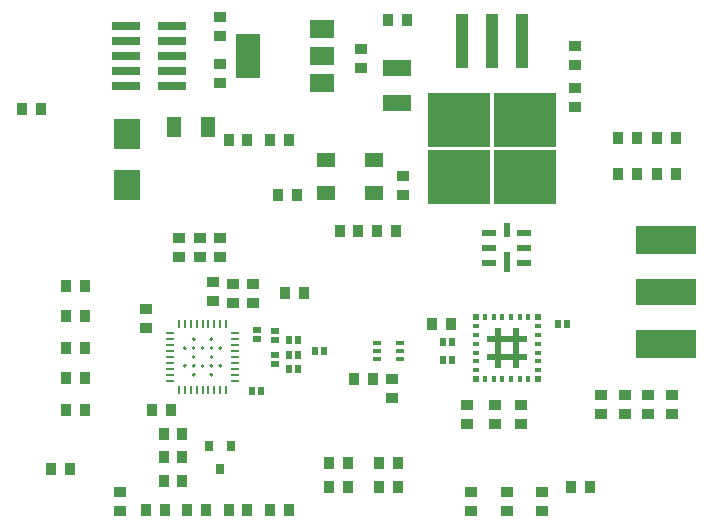
<source format=gtp>
G04 #@! TF.FileFunction,Paste,Top*
%FSLAX46Y46*%
G04 Gerber Fmt 4.6, Leading zero omitted, Abs format (unit mm)*
G04 Created by KiCad (PCBNEW 4.0.7-e2-6376~58~ubuntu16.04.1) date Thu Aug  2 15:14:07 2018*
%MOMM*%
%LPD*%
G01*
G04 APERTURE LIST*
%ADD10C,0.100000*%
%ADD11C,0.200000*%
%ADD12R,0.280000X0.750000*%
%ADD13R,0.750000X0.280000*%
%ADD14R,1.200000X0.600000*%
%ADD15R,0.600000X1.200000*%
%ADD16R,0.600000X1.700000*%
%ADD17R,3.500000X0.600000*%
%ADD18R,0.600000X3.500000*%
%ADD19R,0.400000X0.550000*%
%ADD20R,0.550000X0.500000*%
%ADD21R,0.550000X0.400000*%
%ADD22R,0.820000X1.000000*%
%ADD23R,0.650000X0.575000*%
%ADD24R,1.000000X0.820000*%
%ADD25R,0.575000X0.650000*%
%ADD26R,2.400000X1.460000*%
%ADD27R,2.300000X2.500000*%
%ADD28R,2.400000X0.740000*%
%ADD29R,5.080000X2.290000*%
%ADD30R,5.080000X2.420000*%
%ADD31R,1.220000X1.800000*%
%ADD32R,2.000000X3.800000*%
%ADD33R,2.000000X1.500000*%
%ADD34R,1.100000X4.600000*%
%ADD35R,5.250000X4.550000*%
%ADD36R,1.500000X1.200000*%
%ADD37R,0.800000X0.900000*%
%ADD38R,0.650000X0.400000*%
G04 APERTURE END LIST*
D10*
D11*
X132350000Y-70500000D02*
G75*
G03X132350000Y-70500000I-100000J0D01*
G01*
X132350000Y-69000000D02*
G75*
G03X132350000Y-69000000I-100000J0D01*
G01*
X132350000Y-67500000D02*
G75*
G03X132350000Y-67500000I-100000J0D01*
G01*
X130850000Y-67500000D02*
G75*
G03X130850000Y-67500000I-100000J0D01*
G01*
X130850000Y-69000000D02*
G75*
G03X130850000Y-69000000I-100000J0D01*
G01*
X130850000Y-70500000D02*
G75*
G03X130850000Y-70500000I-100000J0D01*
G01*
X130100000Y-69750000D02*
G75*
G03X130100000Y-69750000I-100000J0D01*
G01*
X130850000Y-69750000D02*
G75*
G03X130850000Y-69750000I-100000J0D01*
G01*
X132350000Y-69750000D02*
G75*
G03X132350000Y-69750000I-100000J0D01*
G01*
X131600000Y-69750000D02*
G75*
G03X131600000Y-69750000I-100000J0D01*
G01*
X133100000Y-69750000D02*
G75*
G03X133100000Y-69750000I-100000J0D01*
G01*
X133100000Y-68250000D02*
G75*
G03X133100000Y-68250000I-100000J0D01*
G01*
X131600000Y-68250000D02*
G75*
G03X131600000Y-68250000I-100000J0D01*
G01*
X132350000Y-68250000D02*
G75*
G03X132350000Y-68250000I-100000J0D01*
G01*
X130850000Y-68250000D02*
G75*
G03X130850000Y-68250000I-100000J0D01*
G01*
X130100000Y-68250000D02*
G75*
G03X130100000Y-68250000I-100000J0D01*
G01*
D12*
X131500000Y-66220000D03*
X132000000Y-66220000D03*
X132500000Y-66220000D03*
X133000000Y-66220000D03*
X133500000Y-66220000D03*
X131000000Y-66220000D03*
X130500000Y-66220000D03*
X130000000Y-66220000D03*
X129500000Y-66220000D03*
D13*
X134280000Y-69000000D03*
X134280000Y-69500000D03*
X134280000Y-70000000D03*
X134280000Y-70500000D03*
X134280000Y-71000000D03*
X134280000Y-67000000D03*
X134280000Y-67500000D03*
X134280000Y-68000000D03*
X134280000Y-68500000D03*
D12*
X131500000Y-71780000D03*
X131000000Y-71780000D03*
X130500000Y-71780000D03*
X130000000Y-71780000D03*
X129500000Y-71780000D03*
X133500000Y-71780000D03*
X133000000Y-71780000D03*
X132500000Y-71780000D03*
X132000000Y-71780000D03*
D13*
X128720000Y-69000000D03*
X128720000Y-68500000D03*
X128720000Y-68000000D03*
X128720000Y-67500000D03*
X128720000Y-67000000D03*
X128720000Y-71000000D03*
X128720000Y-70500000D03*
X128720000Y-70000000D03*
X128720000Y-69500000D03*
D14*
X158750000Y-61020000D03*
X158750000Y-59750000D03*
X158750000Y-58480000D03*
D15*
X157250000Y-58250000D03*
D14*
X155750000Y-58480000D03*
X155750000Y-59750000D03*
X155750000Y-61020000D03*
D16*
X157250000Y-61000000D03*
D17*
X157250000Y-67500000D03*
X157250000Y-69000000D03*
D18*
X156500000Y-68250000D03*
X158000000Y-68250000D03*
D19*
X155437000Y-70875000D03*
D20*
X154625000Y-70900000D03*
D21*
X154625000Y-66375000D03*
D20*
X154625000Y-65600000D03*
X159875000Y-65600000D03*
X159875000Y-70900000D03*
D21*
X159875000Y-70125000D03*
X159875000Y-69375000D03*
X159875000Y-68625000D03*
X159875000Y-67875000D03*
X159875000Y-67125000D03*
X159875000Y-66375000D03*
D19*
X159063000Y-65625000D03*
X158338000Y-65625000D03*
X157613000Y-65625000D03*
X156887000Y-65625000D03*
X156162000Y-65625000D03*
X155437000Y-65625000D03*
D21*
X154625000Y-67125000D03*
X154625000Y-67875000D03*
X154625000Y-68625000D03*
X154625000Y-69375000D03*
X154625000Y-70125000D03*
D19*
X156162000Y-70875000D03*
X156887000Y-70875000D03*
X157613000Y-70875000D03*
X158338000Y-70875000D03*
X159063000Y-70875000D03*
D22*
X128800000Y-73500000D03*
X127200000Y-73500000D03*
D23*
X136100000Y-67487500D03*
X136100000Y-66712500D03*
D24*
X135800000Y-64400000D03*
X135800000Y-62800000D03*
X144900000Y-42900000D03*
X144900000Y-44500000D03*
X134100000Y-64400000D03*
X134100000Y-62800000D03*
X165250000Y-72200000D03*
X165250000Y-73800000D03*
D25*
X135712500Y-71900000D03*
X136487500Y-71900000D03*
D22*
X152550000Y-66250000D03*
X150950000Y-66250000D03*
D24*
X129500000Y-58950000D03*
X129500000Y-60550000D03*
X126750000Y-66550000D03*
X126750000Y-64950000D03*
X133000000Y-44200000D03*
X133000000Y-45800000D03*
D26*
X148000000Y-44520000D03*
X148000000Y-47480000D03*
D24*
X133000000Y-41800000D03*
X133000000Y-40200000D03*
D22*
X148800000Y-40500000D03*
X147200000Y-40500000D03*
D24*
X132375000Y-64225000D03*
X132375000Y-62625000D03*
X163000000Y-47800000D03*
X163000000Y-46200000D03*
D25*
X139587500Y-70000000D03*
X138812500Y-70000000D03*
D22*
X129800000Y-75500000D03*
X128200000Y-75500000D03*
D23*
X137600000Y-66812500D03*
X137600000Y-67587500D03*
D25*
X138812500Y-68800000D03*
X139587500Y-68800000D03*
X141012500Y-68500000D03*
X141787500Y-68500000D03*
D22*
X145900000Y-70900000D03*
X144300000Y-70900000D03*
D24*
X148500000Y-55300000D03*
X148500000Y-53700000D03*
X153900000Y-73100000D03*
X153900000Y-74700000D03*
D25*
X151862500Y-67750000D03*
X152637500Y-67750000D03*
X151862500Y-69250000D03*
X152637500Y-69250000D03*
D24*
X156300000Y-73100000D03*
X156300000Y-74700000D03*
D25*
X162387500Y-66250000D03*
X161612500Y-66250000D03*
D24*
X158500000Y-73100000D03*
X158500000Y-74700000D03*
X131250000Y-58950000D03*
X131250000Y-60550000D03*
D22*
X171550000Y-50500000D03*
X169950000Y-50500000D03*
X171550000Y-53500000D03*
X169950000Y-53500000D03*
D27*
X125100000Y-50150000D03*
X125100000Y-54450000D03*
D28*
X128950000Y-46040000D03*
X125050000Y-46040000D03*
X128950000Y-44770000D03*
X125050000Y-44770000D03*
X128950000Y-43500000D03*
X125050000Y-43500000D03*
X128950000Y-42230000D03*
X125050000Y-42230000D03*
X128950000Y-40960000D03*
X125050000Y-40960000D03*
D29*
X170720000Y-63500000D03*
D30*
X170720000Y-67880000D03*
X170720000Y-59120000D03*
D31*
X131930000Y-49500000D03*
X129070000Y-49500000D03*
D24*
X133000000Y-58950000D03*
X133000000Y-60550000D03*
D23*
X137600000Y-69587500D03*
X137600000Y-68812500D03*
D25*
X138812500Y-67600000D03*
X139587500Y-67600000D03*
D24*
X147500000Y-72500000D03*
X147500000Y-70900000D03*
D22*
X143800000Y-78000000D03*
X142200000Y-78000000D03*
X148050000Y-78000000D03*
X146450000Y-78000000D03*
X168300000Y-50500000D03*
X166700000Y-50500000D03*
X168300000Y-53500000D03*
X166700000Y-53500000D03*
X137200000Y-82000000D03*
X138800000Y-82000000D03*
D24*
X124500000Y-80450000D03*
X124500000Y-82050000D03*
D22*
X133700000Y-82000000D03*
X135300000Y-82000000D03*
X130200000Y-82000000D03*
X131800000Y-82000000D03*
X121550000Y-73500000D03*
X119950000Y-73500000D03*
X121550000Y-63000000D03*
X119950000Y-63000000D03*
X121550000Y-68250000D03*
X119950000Y-68250000D03*
X121550000Y-70750000D03*
X119950000Y-70750000D03*
X146450000Y-80000000D03*
X148050000Y-80000000D03*
X142200000Y-80000000D03*
X143800000Y-80000000D03*
D24*
X154250000Y-80450000D03*
X154250000Y-82050000D03*
D22*
X140100000Y-63600000D03*
X138500000Y-63600000D03*
X139500000Y-55300000D03*
X137900000Y-55300000D03*
X129800000Y-79500000D03*
X128200000Y-79500000D03*
X121550000Y-65500000D03*
X119950000Y-65500000D03*
X126700000Y-82000000D03*
X128300000Y-82000000D03*
X146300000Y-58300000D03*
X147900000Y-58300000D03*
X143100000Y-58300000D03*
X144700000Y-58300000D03*
X135300000Y-50600000D03*
X133700000Y-50600000D03*
X138800000Y-50600000D03*
X137200000Y-50600000D03*
D24*
X171250000Y-72200000D03*
X171250000Y-73800000D03*
X157250000Y-82050000D03*
X157250000Y-80450000D03*
D22*
X129800000Y-77500000D03*
X128200000Y-77500000D03*
D24*
X160250000Y-80450000D03*
X160250000Y-82050000D03*
D22*
X120300000Y-78500000D03*
X118700000Y-78500000D03*
X116200000Y-48000000D03*
X117800000Y-48000000D03*
D24*
X163000000Y-44300000D03*
X163000000Y-42700000D03*
D22*
X162700000Y-80000000D03*
X164300000Y-80000000D03*
D24*
X169250000Y-72200000D03*
X169250000Y-73800000D03*
X167250000Y-73800000D03*
X167250000Y-72200000D03*
D32*
X135350000Y-43500000D03*
D33*
X141650000Y-43500000D03*
X141650000Y-41200000D03*
X141650000Y-45800000D03*
D34*
X158540000Y-42225000D03*
X156000000Y-42225000D03*
X153460000Y-42225000D03*
D35*
X153225000Y-53800000D03*
X158775000Y-48950000D03*
X158775000Y-53800000D03*
X153225000Y-48950000D03*
D36*
X146050000Y-52350000D03*
X141950000Y-52350000D03*
X141950000Y-55150000D03*
X146050000Y-55150000D03*
D37*
X133950000Y-76500000D03*
X132050000Y-76500000D03*
X133000000Y-78500000D03*
D38*
X148200000Y-69150000D03*
X148200000Y-67850000D03*
X146300000Y-68500000D03*
X148200000Y-68500000D03*
X146300000Y-67850000D03*
X146300000Y-69150000D03*
M02*

</source>
